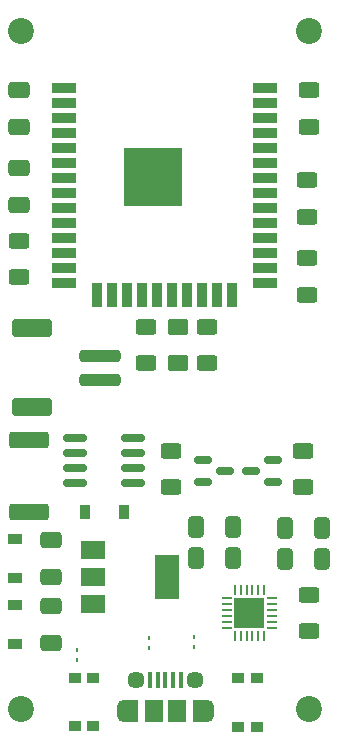
<source format=gbr>
%TF.GenerationSoftware,KiCad,Pcbnew,(6.0.1-0)*%
%TF.CreationDate,2022-11-21T00:33:54+01:00*%
%TF.ProjectId,flowmeter,666c6f77-6d65-4746-9572-2e6b69636164,rev?*%
%TF.SameCoordinates,Original*%
%TF.FileFunction,Soldermask,Top*%
%TF.FilePolarity,Negative*%
%FSLAX46Y46*%
G04 Gerber Fmt 4.6, Leading zero omitted, Abs format (unit mm)*
G04 Created by KiCad (PCBNEW (6.0.1-0)) date 2022-11-21 00:33:54*
%MOMM*%
%LPD*%
G01*
G04 APERTURE LIST*
G04 Aperture macros list*
%AMRoundRect*
0 Rectangle with rounded corners*
0 $1 Rounding radius*
0 $2 $3 $4 $5 $6 $7 $8 $9 X,Y pos of 4 corners*
0 Add a 4 corners polygon primitive as box body*
4,1,4,$2,$3,$4,$5,$6,$7,$8,$9,$2,$3,0*
0 Add four circle primitives for the rounded corners*
1,1,$1+$1,$2,$3*
1,1,$1+$1,$4,$5*
1,1,$1+$1,$6,$7*
1,1,$1+$1,$8,$9*
0 Add four rect primitives between the rounded corners*
20,1,$1+$1,$2,$3,$4,$5,0*
20,1,$1+$1,$4,$5,$6,$7,0*
20,1,$1+$1,$6,$7,$8,$9,0*
20,1,$1+$1,$8,$9,$2,$3,0*%
G04 Aperture macros list end*
%ADD10R,2.600000X2.600000*%
%ADD11RoundRect,0.062500X-0.062500X-0.350000X0.062500X-0.350000X0.062500X0.350000X-0.062500X0.350000X0*%
%ADD12RoundRect,0.062500X-0.350000X-0.062500X0.350000X-0.062500X0.350000X0.062500X-0.350000X0.062500X0*%
%ADD13RoundRect,0.250000X0.412500X0.650000X-0.412500X0.650000X-0.412500X-0.650000X0.412500X-0.650000X0*%
%ADD14RoundRect,0.250000X-0.412500X-0.650000X0.412500X-0.650000X0.412500X0.650000X-0.412500X0.650000X0*%
%ADD15R,0.900000X1.200000*%
%ADD16RoundRect,0.250000X-0.625000X0.400000X-0.625000X-0.400000X0.625000X-0.400000X0.625000X0.400000X0*%
%ADD17R,1.000000X0.900000*%
%ADD18R,0.400000X1.350000*%
%ADD19R,1.500000X1.900000*%
%ADD20R,1.200000X1.900000*%
%ADD21C,1.450000*%
%ADD22O,1.200000X1.900000*%
%ADD23RoundRect,0.150000X0.587500X0.150000X-0.587500X0.150000X-0.587500X-0.150000X0.587500X-0.150000X0*%
%ADD24RoundRect,0.150000X-0.587500X-0.150000X0.587500X-0.150000X0.587500X0.150000X-0.587500X0.150000X0*%
%ADD25RoundRect,0.250000X0.625000X-0.400000X0.625000X0.400000X-0.625000X0.400000X-0.625000X-0.400000X0*%
%ADD26R,0.250000X0.360000*%
%ADD27C,2.200000*%
%ADD28RoundRect,0.250000X-0.650000X0.412500X-0.650000X-0.412500X0.650000X-0.412500X0.650000X0.412500X0*%
%ADD29R,2.000000X0.900000*%
%ADD30R,0.900000X2.000000*%
%ADD31R,5.000000X5.000000*%
%ADD32RoundRect,0.250000X0.650000X-0.412500X0.650000X0.412500X-0.650000X0.412500X-0.650000X-0.412500X0*%
%ADD33RoundRect,0.249999X-1.425001X0.450001X-1.425001X-0.450001X1.425001X-0.450001X1.425001X0.450001X0*%
%ADD34RoundRect,0.250001X-0.624999X0.462499X-0.624999X-0.462499X0.624999X-0.462499X0.624999X0.462499X0*%
%ADD35R,1.200000X0.900000*%
%ADD36RoundRect,0.250001X-1.449999X0.499999X-1.449999X-0.499999X1.449999X-0.499999X1.449999X0.499999X0*%
%ADD37RoundRect,0.250000X-1.500000X0.250000X-1.500000X-0.250000X1.500000X-0.250000X1.500000X0.250000X0*%
%ADD38RoundRect,0.150000X0.825000X0.150000X-0.825000X0.150000X-0.825000X-0.150000X0.825000X-0.150000X0*%
%ADD39R,2.000000X1.500000*%
%ADD40R,2.000000X3.800000*%
G04 APERTURE END LIST*
D10*
%TO.C,U2*%
X157988000Y-117348000D03*
D11*
X156738000Y-115410500D03*
X157238000Y-115410500D03*
X157738000Y-115410500D03*
X158238000Y-115410500D03*
X158738000Y-115410500D03*
X159238000Y-115410500D03*
D12*
X159925500Y-116098000D03*
X159925500Y-116598000D03*
X159925500Y-117098000D03*
X159925500Y-117598000D03*
X159925500Y-118098000D03*
X159925500Y-118598000D03*
D11*
X159238000Y-119285500D03*
X158738000Y-119285500D03*
X158238000Y-119285500D03*
X157738000Y-119285500D03*
X157238000Y-119285500D03*
X156738000Y-119285500D03*
D12*
X156050500Y-118598000D03*
X156050500Y-118098000D03*
X156050500Y-117598000D03*
X156050500Y-117098000D03*
X156050500Y-116598000D03*
X156050500Y-116098000D03*
%TD*%
D13*
%TO.C,C5*%
X156602500Y-110076000D03*
X153477500Y-110076000D03*
%TD*%
D14*
%TO.C,C2*%
X160997500Y-110184000D03*
X164122500Y-110184000D03*
%TD*%
D15*
%TO.C,C1*%
X144034000Y-108800000D03*
X147334000Y-108800000D03*
%TD*%
D16*
%TO.C,R2*%
X163068000Y-73100000D03*
X163068000Y-76200000D03*
%TD*%
D17*
%TO.C,SW1*%
X158590000Y-122900000D03*
X158590000Y-127000000D03*
X156990000Y-127000000D03*
X156990000Y-122900000D03*
%TD*%
D18*
%TO.C,J1*%
X149576000Y-122997500D03*
X150226000Y-122997500D03*
X150876000Y-122997500D03*
X151526000Y-122997500D03*
X152176000Y-122997500D03*
D19*
X151876000Y-125697500D03*
D20*
X147976000Y-125697500D03*
D19*
X149876000Y-125697500D03*
D21*
X153376000Y-122997500D03*
X148376000Y-122997500D03*
D22*
X147376000Y-125697500D03*
X154376000Y-125697500D03*
D20*
X153776000Y-125697500D03*
%TD*%
D23*
%TO.C,Q1*%
X159948250Y-106306000D03*
X159948250Y-104406000D03*
X158073250Y-105356000D03*
%TD*%
D24*
%TO.C,Q2*%
X154073250Y-104368500D03*
X154073250Y-106268500D03*
X155948250Y-105318500D03*
%TD*%
D16*
%TO.C,R5*%
X151384000Y-103606000D03*
X151384000Y-106706000D03*
%TD*%
D25*
%TO.C,R6*%
X162560000Y-106706000D03*
X162560000Y-103606000D03*
%TD*%
D26*
%TO.C,D1*%
X143380000Y-120484000D03*
X143380000Y-121324000D03*
%TD*%
D27*
%TO.C,H2*%
X163068000Y-68072000D03*
%TD*%
D16*
%TO.C,R10*%
X149212000Y-93130000D03*
X149212000Y-96230000D03*
%TD*%
D13*
%TO.C,C4*%
X156602500Y-112676000D03*
X153477500Y-112676000D03*
%TD*%
D25*
%TO.C,R3*%
X162830000Y-83830000D03*
X162830000Y-80730000D03*
%TD*%
D16*
%TO.C,R8*%
X162880000Y-87340000D03*
X162880000Y-90440000D03*
%TD*%
D28*
%TO.C,C6*%
X141224000Y-116801500D03*
X141224000Y-119926500D03*
%TD*%
D29*
%TO.C,U4*%
X142300000Y-72945000D03*
X142300000Y-74215000D03*
X142300000Y-75485000D03*
X142300000Y-76755000D03*
X142300000Y-78025000D03*
X142300000Y-79295000D03*
X142300000Y-80565000D03*
X142300000Y-81835000D03*
X142300000Y-83105000D03*
X142300000Y-84375000D03*
X142300000Y-85645000D03*
X142300000Y-86915000D03*
X142300000Y-88185000D03*
X142300000Y-89455000D03*
D30*
X145085000Y-90455000D03*
X146355000Y-90455000D03*
X147625000Y-90455000D03*
X148895000Y-90455000D03*
X150165000Y-90455000D03*
X151435000Y-90455000D03*
X152705000Y-90455000D03*
X153975000Y-90455000D03*
X155245000Y-90455000D03*
X156515000Y-90455000D03*
D29*
X159300000Y-89455000D03*
X159300000Y-88185000D03*
X159300000Y-86915000D03*
X159300000Y-85645000D03*
X159300000Y-84375000D03*
X159300000Y-83105000D03*
X159300000Y-81835000D03*
X159300000Y-80565000D03*
X159300000Y-79295000D03*
X159300000Y-78025000D03*
X159300000Y-76755000D03*
X159300000Y-75485000D03*
X159300000Y-74215000D03*
X159300000Y-72945000D03*
D31*
X149800000Y-80445000D03*
%TD*%
D26*
%TO.C,D4*%
X149520000Y-120317500D03*
X149520000Y-119477500D03*
%TD*%
D32*
%TO.C,C7*%
X141224000Y-114338500D03*
X141224000Y-111213500D03*
%TD*%
D33*
%TO.C,R1*%
X139286500Y-102680000D03*
X139286500Y-108780000D03*
%TD*%
D34*
%TO.C,D6*%
X151900000Y-93188500D03*
X151900000Y-96163500D03*
%TD*%
D16*
%TO.C,R9*%
X138445750Y-85826000D03*
X138445750Y-88926000D03*
%TD*%
D35*
%TO.C,D2*%
X138176000Y-116714000D03*
X138176000Y-120014000D03*
%TD*%
D26*
%TO.C,D3*%
X153290000Y-120237500D03*
X153290000Y-119397500D03*
%TD*%
D36*
%TO.C,X1*%
X139584000Y-93250000D03*
X139584000Y-99950000D03*
D37*
X145334000Y-97600000D03*
X145334000Y-95600000D03*
%TD*%
D13*
%TO.C,C3*%
X164122500Y-112784000D03*
X160997500Y-112784000D03*
%TD*%
D16*
%TO.C,R7*%
X154432000Y-93126000D03*
X154432000Y-96226000D03*
%TD*%
D17*
%TO.C,SW2*%
X144780000Y-122850000D03*
X144780000Y-126950000D03*
X143180000Y-122850000D03*
X143180000Y-126950000D03*
%TD*%
D25*
%TO.C,R11*%
X163068000Y-118898000D03*
X163068000Y-115798000D03*
%TD*%
D28*
%TO.C,C9*%
X138445750Y-79717500D03*
X138445750Y-82842500D03*
%TD*%
D35*
%TO.C,D5*%
X138176000Y-114426000D03*
X138176000Y-111126000D03*
%TD*%
D27*
%TO.C,H4*%
X163068000Y-125476000D03*
%TD*%
%TO.C,H3*%
X138684000Y-125476000D03*
%TD*%
D32*
%TO.C,C8*%
X138445750Y-76238500D03*
X138445750Y-73113500D03*
%TD*%
D38*
%TO.C,U1*%
X148151500Y-106335000D03*
X148151500Y-105065000D03*
X148151500Y-103795000D03*
X148151500Y-102525000D03*
X143201500Y-102525000D03*
X143201500Y-103795000D03*
X143201500Y-105065000D03*
X143201500Y-106335000D03*
%TD*%
D27*
%TO.C,H1*%
X138684000Y-68072000D03*
%TD*%
D39*
%TO.C,U3*%
X144734000Y-112000000D03*
X144734000Y-114300000D03*
D40*
X151034000Y-114300000D03*
D39*
X144734000Y-116600000D03*
%TD*%
M02*

</source>
